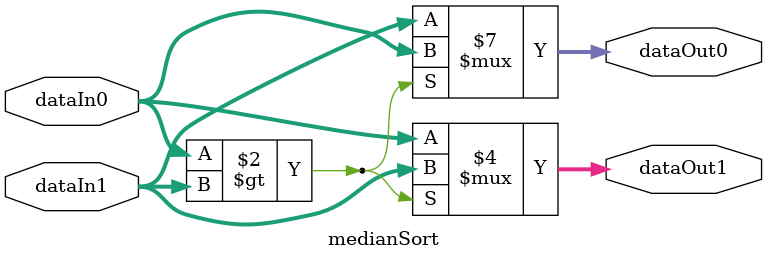
<source format=v>
module medianSort(
	dataIn0, dataIn1,
	dataOut0, dataOut1
);
parameter DATA_SIZE = 8;	 
	 
input 		[DATA_SIZE - 1:0] dataIn0;
input 		[DATA_SIZE - 1:0] dataIn1;
output reg 	[DATA_SIZE - 1:0] dataOut0;
output reg 	[DATA_SIZE - 1:0] dataOut1;

//reg comp;

always @(*) begin
// mod00
	/*comp 	= dataIn0 > dataIn1;  // dataIn0 = 0, dataIn1 = 1
	dataOut0		= comp ? dataIn0 : dataIn1;
	dataOut1	 	= comp ? dataIn1 : dataIn0;*/
	if(dataIn0 > dataIn1) begin
		dataOut0 = dataIn0;
		dataOut1 = dataIn1;
	end else begin
		dataOut0 = dataIn1;
		dataOut1 = dataIn0;
	end
end

endmodule

</source>
